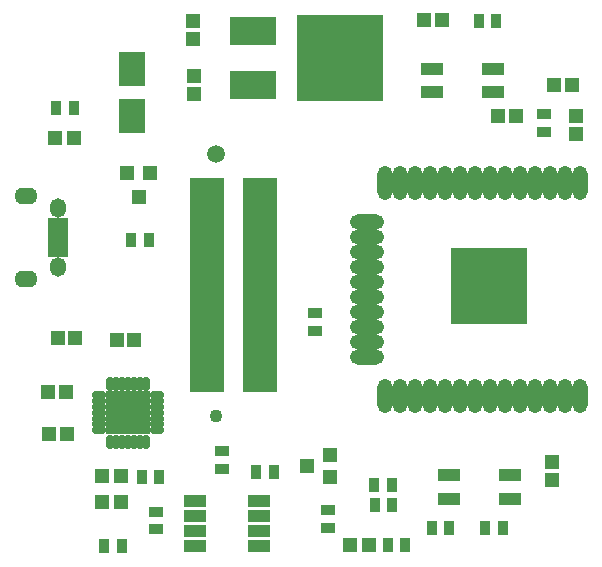
<source format=gts>
G04 #@! TF.FileFunction,Soldermask,Top*
%FSLAX46Y46*%
G04 Gerber Fmt 4.6, Leading zero omitted, Abs format (unit mm)*
G04 Created by KiCad (PCBNEW 4.0.5-e0-6337~49~ubuntu16.04.1) date Tue Feb 21 22:55:49 2017*
%MOMM*%
%LPD*%
G01*
G04 APERTURE LIST*
%ADD10C,0.100000*%
%ADD11R,1.150000X1.200000*%
%ADD12R,1.200000X1.150000*%
%ADD13R,1.200000X1.200000*%
%ADD14R,2.200000X2.900000*%
%ADD15R,1.750000X0.800000*%
%ADD16O,1.350000X1.650000*%
%ADD17O,1.950000X1.400000*%
%ADD18R,2.900000X0.750000*%
%ADD19C,1.100000*%
%ADD20C,1.500000*%
%ADD21R,1.200000X1.300000*%
%ADD22R,1.300000X1.200000*%
%ADD23R,0.900000X1.300000*%
%ADD24R,1.300000X0.900000*%
%ADD25R,1.850000X1.100000*%
%ADD26R,3.900000X2.400000*%
%ADD27R,7.400000X7.400000*%
%ADD28R,1.950000X1.000000*%
%ADD29O,0.700000X1.250000*%
%ADD30O,1.250000X0.700000*%
%ADD31R,2.075000X2.075000*%
%ADD32O,1.300000X2.900000*%
%ADD33O,2.900000X1.300000*%
%ADD34R,6.400000X6.400000*%
G04 APERTURE END LIST*
D10*
D11*
X138823700Y-77737400D03*
X138823700Y-76237400D03*
X138760200Y-71576500D03*
X138760200Y-73076500D03*
X171145200Y-81077500D03*
X171145200Y-79577500D03*
D12*
X166116700Y-79616300D03*
X164616700Y-79616300D03*
X132295200Y-98552000D03*
X133795200Y-98552000D03*
X169341100Y-76987400D03*
X170841100Y-76987400D03*
X128105600Y-106540300D03*
X126605600Y-106540300D03*
X128804100Y-98374200D03*
X127304100Y-98374200D03*
X128004000Y-102984300D03*
X126504000Y-102984300D03*
D11*
X169151300Y-110389100D03*
X169151300Y-108889100D03*
D12*
X159842900Y-71462900D03*
X158342900Y-71462900D03*
D13*
X128663700Y-81483200D03*
X127063700Y-81483200D03*
D14*
X133616700Y-75597000D03*
X133616700Y-79597000D03*
D13*
X132676800Y-110070900D03*
X131076800Y-110070900D03*
X132676800Y-112268000D03*
X131076800Y-112268000D03*
D15*
X127308600Y-88565200D03*
X127308600Y-89215200D03*
X127308600Y-89865200D03*
X127308600Y-90515200D03*
X127308600Y-91165200D03*
D16*
X127308600Y-87365200D03*
X127308600Y-92365200D03*
D17*
X124608600Y-86365200D03*
X124608600Y-93365200D03*
D18*
X144439200Y-94178400D03*
X144439200Y-94778400D03*
X144439200Y-95378400D03*
X144439200Y-95978400D03*
X144439200Y-96578400D03*
X144439200Y-97178400D03*
X144439200Y-97778400D03*
X144439200Y-98378400D03*
X144439200Y-98978400D03*
X144439200Y-99578400D03*
X144439200Y-100178400D03*
X144439200Y-100778400D03*
X144439200Y-101378400D03*
X144439200Y-101978400D03*
X144439200Y-102578400D03*
X144439200Y-93578400D03*
X144439200Y-92978400D03*
X144439200Y-92378400D03*
X144439200Y-91778400D03*
X144439200Y-91178400D03*
X144439200Y-90578400D03*
X144439200Y-89978400D03*
X144439200Y-89378400D03*
X144439200Y-88778400D03*
X144439200Y-88178400D03*
X144439200Y-87578400D03*
X144439200Y-86978400D03*
X144439200Y-86378400D03*
X144439200Y-85778400D03*
X144439200Y-85178400D03*
X139939200Y-94178400D03*
X139939200Y-94778400D03*
X139939200Y-95378400D03*
X139939200Y-95978400D03*
X139939200Y-96578400D03*
X139939200Y-97178400D03*
X139939200Y-97778400D03*
X139939200Y-98378400D03*
X139939200Y-98978400D03*
X139939200Y-99578400D03*
X139939200Y-100178400D03*
X139939200Y-100778400D03*
X139939200Y-101978400D03*
X139939200Y-102578400D03*
X139939200Y-101378400D03*
X139939200Y-93578400D03*
X139939200Y-92978400D03*
X139939200Y-91178400D03*
X139939200Y-92378400D03*
X139939200Y-91778400D03*
X139939200Y-90578400D03*
X139939200Y-88178400D03*
X139939200Y-89378400D03*
X139939200Y-89978400D03*
X139939200Y-88778400D03*
X139939200Y-85778400D03*
X139939200Y-86978400D03*
X139939200Y-86378400D03*
X139939200Y-85178400D03*
X139939200Y-87578400D03*
D19*
X140689200Y-104978400D03*
D20*
X140689200Y-82778400D03*
D21*
X135112800Y-84407500D03*
X133212800Y-84407500D03*
X134162800Y-86407500D03*
D22*
X150390100Y-110182700D03*
X150390100Y-108282700D03*
X148390100Y-109232700D03*
D23*
X128702500Y-78905100D03*
X127202500Y-78905100D03*
X135027100Y-90119200D03*
X133527100Y-90119200D03*
X145631600Y-109728000D03*
X144131600Y-109728000D03*
X154139200Y-112522000D03*
X155639200Y-112522000D03*
X154088400Y-110794800D03*
X155588400Y-110794800D03*
D24*
X141249400Y-109474700D03*
X141249400Y-107974700D03*
X150190200Y-114427700D03*
X150190200Y-112927700D03*
D23*
X134416100Y-110147100D03*
X135916100Y-110147100D03*
D24*
X168452800Y-79449800D03*
X168452800Y-80949800D03*
D23*
X131228400Y-115976400D03*
X132728400Y-115976400D03*
D24*
X135585200Y-113080100D03*
X135585200Y-114580100D03*
X149098000Y-97778000D03*
X149098000Y-96278000D03*
D23*
X160465200Y-114452400D03*
X158965200Y-114452400D03*
X163486400Y-114503200D03*
X164986400Y-114503200D03*
X164440300Y-71526400D03*
X162940300Y-71526400D03*
D25*
X165592200Y-109998000D03*
X160442200Y-109998000D03*
X160442200Y-111998000D03*
X165592200Y-111998000D03*
X159032500Y-77593700D03*
X164182500Y-77593700D03*
X164182500Y-75593700D03*
X159032500Y-75593700D03*
D26*
X143831600Y-72376000D03*
X143831600Y-76956000D03*
D27*
X151231600Y-74676000D03*
D28*
X138930400Y-112191800D03*
X138930400Y-113461800D03*
X138930400Y-114731800D03*
X138930400Y-116001800D03*
X144330400Y-116001800D03*
X144330400Y-114731800D03*
X144330400Y-113461800D03*
X144330400Y-112191800D03*
D29*
X134748400Y-102248800D03*
X134248400Y-102248800D03*
X133748400Y-102248800D03*
X133248400Y-102248800D03*
X132748400Y-102248800D03*
X132248400Y-102248800D03*
X131748400Y-102248800D03*
D30*
X130798400Y-103198800D03*
X130798400Y-103698800D03*
X130798400Y-104198800D03*
X130798400Y-104698800D03*
X130798400Y-105198800D03*
X130798400Y-105698800D03*
X130798400Y-106198800D03*
D29*
X131748400Y-107148800D03*
X132248400Y-107148800D03*
X132748400Y-107148800D03*
X133248400Y-107148800D03*
X133748400Y-107148800D03*
X134248400Y-107148800D03*
X134748400Y-107148800D03*
D30*
X135698400Y-106198800D03*
X135698400Y-105698800D03*
X135698400Y-105198800D03*
X135698400Y-104698800D03*
X135698400Y-104198800D03*
X135698400Y-103698800D03*
X135698400Y-103198800D03*
D31*
X132410900Y-105536300D03*
X134085900Y-105536300D03*
X132410900Y-103861300D03*
X134085900Y-103861300D03*
D32*
X171530000Y-103280000D03*
X170260000Y-103280000D03*
X168990000Y-103280000D03*
X167720000Y-103280000D03*
X166450000Y-103280000D03*
X165180000Y-103280000D03*
X163910000Y-103280000D03*
X162640000Y-103280000D03*
X161370000Y-103280000D03*
X160100000Y-103280000D03*
X158830000Y-103280000D03*
X157560000Y-103280000D03*
X156290000Y-103280000D03*
X155020000Y-103280000D03*
D33*
X153530000Y-99995000D03*
X153530000Y-98725000D03*
X153530000Y-97455000D03*
X153530000Y-96185000D03*
X153530000Y-94915000D03*
X153530000Y-93645000D03*
X153530000Y-92375000D03*
X153530000Y-91105000D03*
X153530000Y-89835000D03*
X153530000Y-88565000D03*
D32*
X155020000Y-85280000D03*
X156290000Y-85280000D03*
X157560000Y-85280000D03*
X158830000Y-85280000D03*
X160100000Y-85280000D03*
X161370000Y-85280000D03*
X162640000Y-85280000D03*
X163910000Y-85280000D03*
X165180000Y-85280000D03*
X166450000Y-85280000D03*
X167720000Y-85280000D03*
X168990000Y-85280000D03*
X170260000Y-85280000D03*
X171530000Y-85280000D03*
D34*
X163830000Y-93980000D03*
D13*
X153619100Y-115900200D03*
X152019100Y-115900200D03*
D23*
X155244100Y-115925600D03*
X156744100Y-115925600D03*
M02*

</source>
